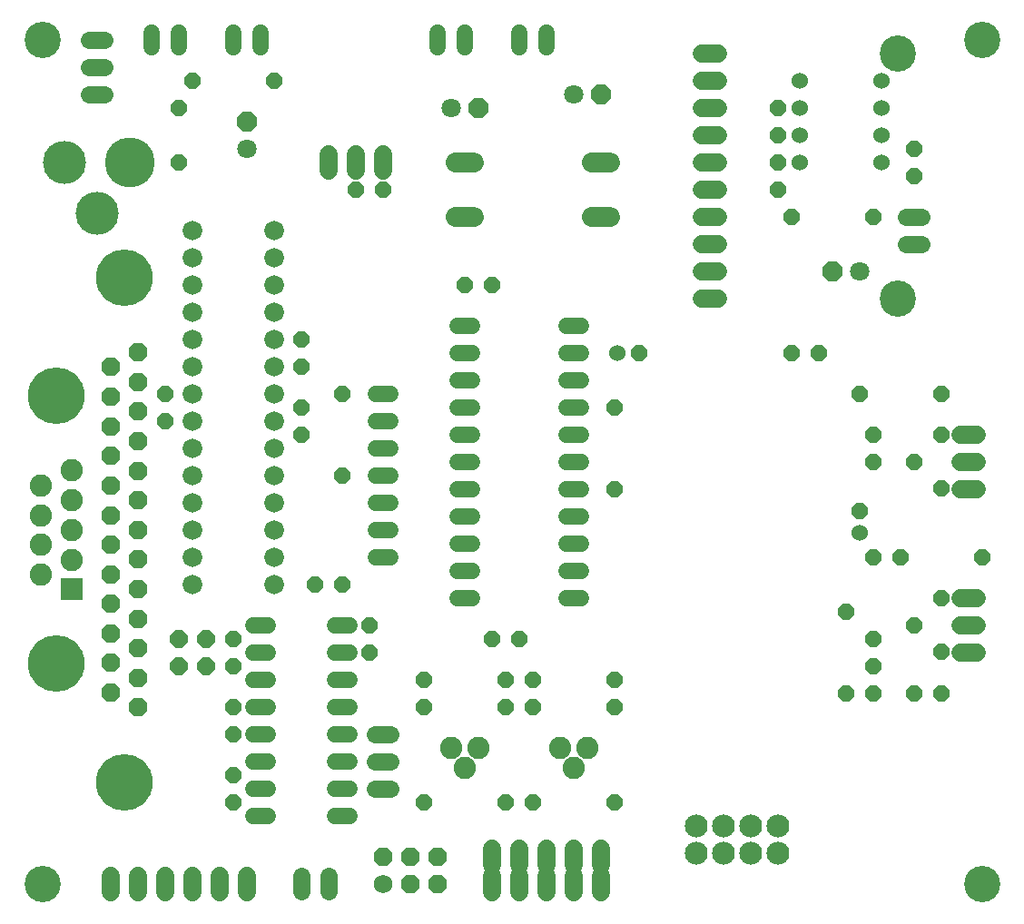
<source format=gbs>
G75*
%MOIN*%
%OFA0B0*%
%FSLAX24Y24*%
%IPPOS*%
%LPD*%
%AMOC8*
5,1,8,0,0,1.08239X$1,22.5*
%
%ADD10C,0.1330*%
%ADD11OC8,0.0600*%
%ADD12C,0.0600*%
%ADD13C,0.0680*%
%ADD14C,0.0680*%
%ADD15OC8,0.0680*%
%ADD16C,0.0720*%
%ADD17C,0.2080*%
%ADD18C,0.1830*%
%ADD19C,0.1580*%
%ADD20C,0.0740*%
%ADD21OC8,0.0640*%
%ADD22C,0.0640*%
%ADD23OC8,0.0710*%
%ADD24C,0.0710*%
%ADD25C,0.0600*%
%ADD26C,0.0840*%
%ADD27R,0.0820X0.0820*%
%ADD28C,0.0820*%
D10*
X005863Y001680D03*
X037263Y023180D03*
X037263Y032180D03*
X040363Y032680D03*
X005863Y032680D03*
X040363Y001680D03*
D11*
X038863Y008680D03*
X037863Y008680D03*
X036363Y008680D03*
X035363Y008680D03*
X036363Y009680D03*
X036363Y010680D03*
X035363Y011680D03*
X037863Y011180D03*
X038863Y010190D03*
X038863Y012170D03*
X037363Y013680D03*
X036363Y013680D03*
X035863Y015380D03*
X036363Y017180D03*
X036363Y018180D03*
X037863Y017180D03*
X038863Y016190D03*
X038863Y018170D03*
X038863Y019680D03*
X035863Y019680D03*
X034363Y021180D03*
X033363Y021180D03*
X027763Y021180D03*
X026863Y019180D03*
X026863Y016180D03*
X023363Y010680D03*
X022363Y010680D03*
X022863Y009180D03*
X023863Y009180D03*
X023863Y008180D03*
X022863Y008180D03*
X019863Y008180D03*
X019863Y009180D03*
X017863Y010180D03*
X017863Y011180D03*
X016863Y012680D03*
X015863Y012680D03*
X012863Y010680D03*
X012863Y009680D03*
X012863Y008180D03*
X012863Y007180D03*
X012863Y005680D03*
X012863Y004680D03*
X019863Y004680D03*
X022863Y004680D03*
X023863Y004680D03*
X026863Y004680D03*
X026863Y008180D03*
X026863Y009180D03*
X016863Y016680D03*
X015363Y018180D03*
X015363Y019180D03*
X016863Y019680D03*
X015363Y020680D03*
X015363Y021680D03*
X010363Y019680D03*
X010363Y018680D03*
X017363Y027180D03*
X018363Y027180D03*
X021363Y023680D03*
X022363Y023680D03*
X014363Y031180D03*
X011363Y031180D03*
X010863Y030180D03*
X010863Y028180D03*
X032863Y028180D03*
X032863Y027180D03*
X033363Y026180D03*
X036363Y026180D03*
X037863Y027680D03*
X037863Y028680D03*
X032863Y029180D03*
X032863Y030180D03*
X040363Y013680D03*
D12*
X025623Y013180D02*
X025103Y013180D01*
X025103Y012180D02*
X025623Y012180D01*
X025623Y014180D02*
X025103Y014180D01*
X025103Y015180D02*
X025623Y015180D01*
X025623Y016180D02*
X025103Y016180D01*
X025103Y017180D02*
X025623Y017180D01*
X025623Y018180D02*
X025103Y018180D01*
X025103Y019180D02*
X025623Y019180D01*
X025623Y020180D02*
X025103Y020180D01*
X025103Y021180D02*
X025623Y021180D01*
X025623Y022180D02*
X025103Y022180D01*
X021623Y022180D02*
X021103Y022180D01*
X021103Y021180D02*
X021623Y021180D01*
X021623Y020180D02*
X021103Y020180D01*
X021103Y019180D02*
X021623Y019180D01*
X021623Y018180D02*
X021103Y018180D01*
X021103Y017180D02*
X021623Y017180D01*
X021623Y016180D02*
X021103Y016180D01*
X021103Y015180D02*
X021623Y015180D01*
X021623Y014180D02*
X021103Y014180D01*
X021103Y013180D02*
X021623Y013180D01*
X021623Y012180D02*
X021103Y012180D01*
X018623Y013680D02*
X018103Y013680D01*
X018103Y014680D02*
X018623Y014680D01*
X018623Y015680D02*
X018103Y015680D01*
X018103Y016680D02*
X018623Y016680D01*
X018623Y017680D02*
X018103Y017680D01*
X018103Y018680D02*
X018623Y018680D01*
X018623Y019680D02*
X018103Y019680D01*
X017123Y011180D02*
X016603Y011180D01*
X016603Y010180D02*
X017123Y010180D01*
X017123Y009180D02*
X016603Y009180D01*
X016603Y008180D02*
X017123Y008180D01*
X017123Y007180D02*
X016603Y007180D01*
X016603Y006180D02*
X017123Y006180D01*
X017123Y005180D02*
X016603Y005180D01*
X016603Y004180D02*
X017123Y004180D01*
X014123Y004180D02*
X013603Y004180D01*
X013603Y005180D02*
X014123Y005180D01*
X014123Y006180D02*
X013603Y006180D01*
X013603Y007180D02*
X014123Y007180D01*
X014123Y008180D02*
X013603Y008180D01*
X013603Y009180D02*
X014123Y009180D01*
X014123Y010180D02*
X013603Y010180D01*
X013603Y011180D02*
X014123Y011180D01*
X013863Y032420D02*
X013863Y032940D01*
X012863Y032940D02*
X012863Y032420D01*
X010863Y032420D02*
X010863Y032940D01*
X009863Y032940D02*
X009863Y032420D01*
X020363Y032420D02*
X020363Y032940D01*
X021363Y032940D02*
X021363Y032420D01*
X023363Y032420D02*
X023363Y032940D01*
X024363Y032940D02*
X024363Y032420D01*
D13*
X030063Y032180D02*
X030663Y032180D01*
X030663Y031180D02*
X030063Y031180D01*
X030063Y030180D02*
X030663Y030180D01*
X030663Y029180D02*
X030063Y029180D01*
X030063Y028180D02*
X030663Y028180D01*
X030663Y027180D02*
X030063Y027180D01*
X030063Y026180D02*
X030663Y026180D01*
X030663Y025180D02*
X030063Y025180D01*
X030063Y024180D02*
X030663Y024180D01*
X030663Y023180D02*
X030063Y023180D01*
X039563Y018180D02*
X040163Y018180D01*
X040163Y017180D02*
X039563Y017180D01*
X039563Y016180D02*
X040163Y016180D01*
X040163Y012180D02*
X039563Y012180D01*
X039563Y011180D02*
X040163Y011180D01*
X040163Y010180D02*
X039563Y010180D01*
X026363Y002980D02*
X026363Y002380D01*
X026363Y001980D02*
X026363Y001380D01*
X025363Y001380D02*
X025363Y001980D01*
X025363Y002380D02*
X025363Y002980D01*
X024363Y002980D02*
X024363Y002380D01*
X024363Y001980D02*
X024363Y001380D01*
X023363Y001380D02*
X023363Y001980D01*
X023363Y002380D02*
X023363Y002980D01*
X022363Y002980D02*
X022363Y002380D01*
X022363Y001980D02*
X022363Y001380D01*
X013363Y001380D02*
X013363Y001980D01*
X012363Y001980D02*
X012363Y001380D01*
X011363Y001380D02*
X011363Y001980D01*
X010363Y001980D02*
X010363Y001380D01*
X009363Y001380D02*
X009363Y001980D01*
X008363Y001980D02*
X008363Y001380D01*
X016363Y027880D02*
X016363Y028480D01*
X017363Y028480D02*
X017363Y027880D01*
X018363Y027880D02*
X018363Y028480D01*
D14*
X018363Y001680D03*
D15*
X019363Y001680D03*
X019363Y002680D03*
X018363Y002680D03*
X020363Y002680D03*
X020363Y001680D03*
X009363Y008160D03*
X008363Y008700D03*
X009363Y009250D03*
X008363Y009790D03*
X009363Y010330D03*
X008363Y010880D03*
X009363Y011420D03*
X008363Y011960D03*
X009363Y012510D03*
X008363Y013050D03*
X009363Y013590D03*
X008363Y014140D03*
X009363Y014680D03*
X008363Y015220D03*
X009363Y015770D03*
X008363Y016310D03*
X009363Y016850D03*
X008363Y017400D03*
X009363Y017940D03*
X008363Y018480D03*
X009363Y019030D03*
X008363Y019570D03*
X009363Y020110D03*
X008363Y020660D03*
X009363Y021200D03*
D16*
X011363Y021680D03*
X011363Y022680D03*
X011363Y023680D03*
X011363Y024680D03*
X011363Y025680D03*
X014363Y025680D03*
X014363Y024680D03*
X014363Y023680D03*
X014363Y022680D03*
X014363Y021680D03*
X014363Y020680D03*
X014363Y019680D03*
X014363Y018680D03*
X014363Y017680D03*
X014363Y016680D03*
X014363Y015680D03*
X014363Y014680D03*
X014363Y013680D03*
X014363Y012680D03*
X011363Y012680D03*
X011363Y013680D03*
X011363Y014680D03*
X011363Y015680D03*
X011363Y016680D03*
X011363Y017680D03*
X011363Y018680D03*
X011363Y019680D03*
X011363Y020680D03*
D17*
X008863Y023940D03*
X006363Y019601D03*
X006363Y009759D03*
X008863Y005420D03*
D18*
X009084Y028180D03*
D19*
X007863Y026290D03*
X006682Y028180D03*
D20*
X021033Y028180D02*
X021693Y028180D01*
X021693Y026180D02*
X021033Y026180D01*
X026033Y026180D02*
X026693Y026180D01*
X026693Y028180D02*
X026033Y028180D01*
D21*
X011863Y010680D03*
X010863Y010680D03*
X010863Y009680D03*
X011863Y009680D03*
D22*
X018083Y007180D02*
X018643Y007180D01*
X018643Y006180D02*
X018083Y006180D01*
X018083Y005180D02*
X018643Y005180D01*
X016363Y001960D02*
X016363Y001400D01*
X015363Y001400D02*
X015363Y001960D01*
X037583Y025180D02*
X038143Y025180D01*
X038143Y026180D02*
X037583Y026180D01*
X008143Y030680D02*
X007583Y030680D01*
X007583Y031680D02*
X008143Y031680D01*
X008143Y032680D02*
X007583Y032680D01*
D23*
X013363Y029680D03*
X021863Y030180D03*
X026363Y030680D03*
X034863Y024180D03*
D24*
X035863Y024180D03*
X025363Y030680D03*
X020863Y030180D03*
X013363Y028680D03*
D25*
X026963Y021180D03*
X033663Y028180D03*
X033663Y029180D03*
X033663Y030180D03*
X033663Y031180D03*
X036663Y031180D03*
X036663Y030180D03*
X036663Y029180D03*
X036663Y028180D03*
X035863Y014580D03*
D26*
X032863Y003798D03*
X031863Y003798D03*
X030863Y003798D03*
X029863Y003798D03*
X029863Y002798D03*
X030863Y002798D03*
X031863Y002798D03*
X032863Y002798D03*
D27*
X006922Y012499D03*
D28*
X005804Y013046D03*
X005804Y014137D03*
X005804Y015223D03*
X006922Y014680D03*
X006922Y013589D03*
X006922Y015771D03*
X006922Y016861D03*
X005804Y016314D03*
X020863Y006680D03*
X021363Y005930D03*
X021863Y006680D03*
X024863Y006680D03*
X025363Y005930D03*
X025863Y006680D03*
M02*

</source>
